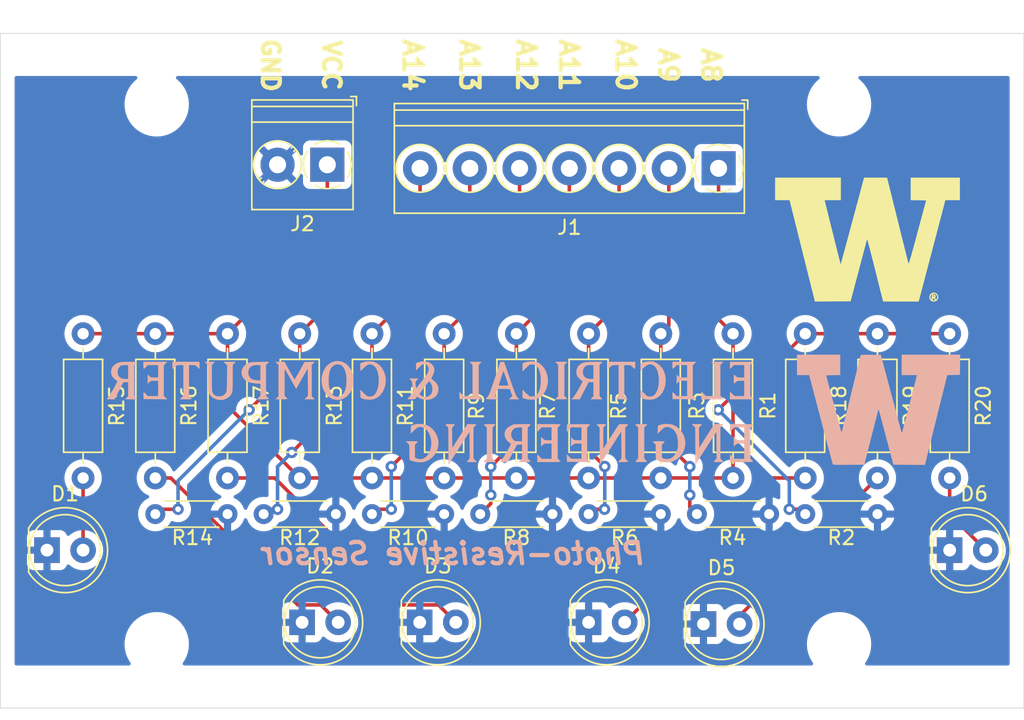
<source format=kicad_pcb>
(kicad_pcb (version 20211014) (generator pcbnew)
  (layers (0 "F.Cu" signal) (31 "B.Cu" signal) (34 "B.Paste" user) (35 "F.Paste" user) (36 "B.SilkS" user "B.Silkscreen") (37 "F.SilkS" user "F.Silkscreen") (38 "B.Mask" user) (39 "F.Mask" user) (44 "Edge.Cuts" user))
  (net 0 "")
  (net 1 "GND")
  (net 2 "Net-(D1-Pad2)")
  (net 3 "/A8")
  (net 4 "/A9")
  (net 5 "/A10")
  (net 6 "/A11")
  (net 7 "/A12")
  (net 8 "/A13")
  (net 9 "/A14")
  (net 10 "+5V")
  (net 11 "Net-(D2-Pad2)")
  (net 12 "Net-(D3-Pad2)")
  (net 13 "Net-(D4-Pad2)")
  (net 14 "Net-(D5-Pad2)")
  (net 15 "Net-(D6-Pad2)")
  (footprint "Resistor_THT:R_Axial_DIN0207_L6.3mm_D2.5mm_P10.16mm_Horizontal" (layer "F.Cu") (at 177.8 50.8 90)
    (fp_text reference "R7" (at 5.08 2.2 90) (layer "F.SilkS"))
    (fp_text value "10k")
    (pad "1" thru_hole circle (at 0 0 90) (size 1.6 1.6) (drill 0.8) (layers *.Cu *.Mask) (net 10 "+5V"))
    (pad "2" thru_hole oval (at 10.16 0 90) (size 1.6 1.6) (drill 0.8) (layers *.Cu *.Mask) (net 6 "/A11"))
  )
  (footprint "LED_THT:LED_D5.0mm" (layer "F.Cu") (at 171 60.96)
    (fp_text reference "D3" (at 1.27 -3.96) (layer "F.SilkS"))
    (fp_text value "LED")
    (pad "1" thru_hole rect (at 0 0) (size 1.8 1.8) (drill 0.9) (layers *.Cu *.Mask) (net 1 "GND"))
    (pad "2" thru_hole circle (at 2.54 0) (size 1.8 1.8) (drill 0.9) (layers *.Cu *.Mask) (net 12 "Net-(D3-Pad2)"))
  )
  (footprint "Resistor_THT:R_Axial_DIN0204_L3.6mm_D1.6mm_P5.08mm_Horizontal" (layer "F.Cu") (at 198.12 53.34)
    (fp_text reference "R2" (at 2.54 1.66) (layer "F.SilkS"))
    (fp_text value "R_PHOTO")
    (pad "1" thru_hole circle (at 0 0) (size 1.4 1.4) (drill 0.7) (layers *.Cu *.Mask) (net 3 "/A8"))
    (pad "2" thru_hole oval (at 5.08 0) (size 1.4 1.4) (drill 0.7) (layers *.Cu *.Mask) (net 1 "GND"))
  )
  (footprint "TerminalBlock_Phoenix:TerminalBlock_Phoenix_PT-1,5-2-3.5-H_1x02_P3.50mm_Horizontal" (layer "F.Cu") (at 164.5 28.747673 180)
    (fp_text reference "J2" (at 1.75 -4.16) (layer "F.SilkS"))
    (fp_text value "Screw_Terminal_01x02")
    (pad "1" thru_hole rect (at 0 0 180) (size 2.4 2.4) (drill 1.2) (layers *.Cu *.Mask) (net 10 "+5V"))
    (pad "2" thru_hole circle (at 3.5 0 180) (size 2.4 2.4) (drill 1.2) (layers *.Cu *.Mask) (net 1 "GND"))
  )
  (footprint "Resistor_THT:R_Axial_DIN0204_L3.6mm_D1.6mm_P5.08mm_Horizontal" (layer "F.Cu") (at 160.02 53.34)
    (fp_text reference "R12" (at 2.54 1.66) (layer "F.SilkS"))
    (fp_text value "R_PHOTO")
    (pad "1" thru_hole circle (at 0 0) (size 1.4 1.4) (drill 0.7) (layers *.Cu *.Mask) (net 8 "/A13"))
    (pad "2" thru_hole oval (at 5.08 0) (size 1.4 1.4) (drill 0.7) (layers *.Cu *.Mask) (net 1 "GND"))
  )
  (footprint "Resistor_THT:R_Axial_DIN0207_L6.3mm_D2.5mm_P10.16mm_Horizontal" (layer "F.Cu") (at 193.04 50.8 90)
    (fp_text reference "R1" (at 5.08 2.46 90) (layer "F.SilkS"))
    (fp_text value "10k")
    (pad "1" thru_hole circle (at 0 0 90) (size 1.6 1.6) (drill 0.8) (layers *.Cu *.Mask) (net 10 "+5V"))
    (pad "2" thru_hole oval (at 10.16 0 90) (size 1.6 1.6) (drill 0.8) (layers *.Cu *.Mask) (net 3 "/A8"))
  )
  (footprint "MountingHole:MountingHole_3.5mm" (layer "F.Cu") (at 152.5 62.5)
    (fp_text reference "REF**" hide)
    (fp_text value "MountingHole_3.5mm")
    (pad "" np_thru_hole circle locked (at 0 0) (size 3.5 3.5) (drill 3.5) (layers *.Cu *.Mask))
  )
  (footprint "Resistor_THT:R_Axial_DIN0207_L6.3mm_D2.5mm_P10.16mm_Horizontal" (layer "F.Cu") (at 203.2 40.64 -90)
    (fp_text reference "R19" (at 5.08 -2.37 90) (layer "F.SilkS"))
    (fp_text value "330")
    (pad "1" thru_hole circle (at 0 0 270) (size 1.6 1.6) (drill 0.8) (layers *.Cu *.Mask) (net 10 "+5V"))
    (pad "2" thru_hole oval (at 10.16 0 270) (size 1.6 1.6) (drill 0.8) (layers *.Cu *.Mask) (net 14 "Net-(D5-Pad2)"))
  )
  (footprint "LED_THT:LED_D5.0mm" (layer "F.Cu") (at 208.28 55.88)
    (fp_text reference "D6" (at 1.72 -3.96) (layer "F.SilkS"))
    (fp_text value "LED")
    (pad "1" thru_hole rect (at 0 0) (size 1.8 1.8) (drill 0.9) (layers *.Cu *.Mask) (net 1 "GND"))
    (pad "2" thru_hole circle (at 2.54 0) (size 1.8 1.8) (drill 0.9) (layers *.Cu *.Mask) (net 15 "Net-(D6-Pad2)"))
  )
  (footprint "Resistor_THT:R_Axial_DIN0207_L6.3mm_D2.5mm_P10.16mm_Horizontal" (layer "F.Cu") (at 182.88 50.8 90)
    (fp_text reference "R5" (at 5.08 2.12 90) (layer "F.SilkS"))
    (fp_text value "10k")
    (pad "1" thru_hole circle (at 0 0 90) (size 1.6 1.6) (drill 0.8) (layers *.Cu *.Mask) (net 10 "+5V"))
    (pad "2" thru_hole oval (at 10.16 0 90) (size 1.6 1.6) (drill 0.8) (layers *.Cu *.Mask) (net 5 "/A10"))
  )
  (footprint "Resistor_THT:R_Axial_DIN0207_L6.3mm_D2.5mm_P10.16mm_Horizontal" (layer "F.Cu") (at 152.4 40.64 -90)
    (fp_text reference "R16" (at 5.08 -2.37 90) (layer "F.SilkS"))
    (fp_text value "330")
    (pad "1" thru_hole circle (at 0 0 270) (size 1.6 1.6) (drill 0.8) (layers *.Cu *.Mask) (net 10 "+5V"))
    (pad "2" thru_hole oval (at 10.16 0 270) (size 1.6 1.6) (drill 0.8) (layers *.Cu *.Mask) (net 11 "Net-(D2-Pad2)"))
  )
  (footprint "MountingHole:MountingHole_3.5mm" (layer "F.Cu") (at 152.5 24.5)
    (fp_text reference "REF**" hide)
    (fp_text value "MountingHole_3.5mm")
    (pad "" np_thru_hole circle locked (at 0 0) (size 3.5 3.5) (drill 3.5) (layers *.Cu *.Mask))
  )
  (footprint "LED_THT:LED_D5.0mm" (layer "F.Cu") (at 144.78 55.88)
    (fp_text reference "D1" (at 1.27 -3.96) (layer "F.SilkS"))
    (fp_text value "LED")
    (pad "1" thru_hole rect (at 0 0) (size 1.8 1.8) (drill 0.9) (layers *.Cu *.Mask) (net 1 "GND"))
    (pad "2" thru_hole circle (at 2.54 0) (size 1.8 1.8) (drill 0.9) (layers *.Cu *.Mask) (net 2 "Net-(D1-Pad2)"))
  )
  (footprint "Resistor_THT:R_Axial_DIN0207_L6.3mm_D2.5mm_P10.16mm_Horizontal" (layer "F.Cu") (at 157.48 40.64 -90)
    (fp_text reference "R17" (at 5.08 -2.37 90) (layer "F.SilkS"))
    (fp_text value "330")
    (pad "1" thru_hole circle (at 0 0 270) (size 1.6 1.6) (drill 0.8) (layers *.Cu *.Mask) (net 10 "+5V"))
    (pad "2" thru_hole oval (at 10.16 0 270) (size 1.6 1.6) (drill 0.8) (layers *.Cu *.Mask) (net 12 "Net-(D3-Pad2)"))
  )
  (footprint "TerminalBlock_Phoenix:TerminalBlock_Phoenix_PT-1,5-7-3.5-H_1x07_P3.50mm_Horizontal" (layer "F.Cu") (at 192.024374 29 180)
    (fp_text reference "J1" (at 10.5 -4.16) (layer "F.SilkS"))
    (fp_text value "Screw_Terminal_01x07")
    (pad "1" thru_hole rect (at 0 0 180) (size 2.4 2.4) (drill 1.2) (layers *.Cu *.Mask) (net 3 "/A8"))
    (pad "2" thru_hole circle (at 3.5 0 180) (size 2.4 2.4) (drill 1.2) (layers *.Cu *.Mask) (net 4 "/A9"))
    (pad "3" thru_hole circle (at 7 0 180) (size 2.4 2.4) (drill 1.2) (layers *.Cu *.Mask) (net 5 "/A10"))
    (pad "4" thru_hole circle (at 10.5 0 180) (size 2.4 2.4) (drill 1.2) (layers *.Cu *.Mask) (net 6 "/A11"))
    (pad "5" thru_hole circle (at 14 0 180) (size 2.4 2.4) (drill 1.2) (layers *.Cu *.Mask) (net 7 "/A12"))
    (pad "6" thru_hole circle (at 17.5 0 180) (size 2.4 2.4) (drill 1.2) (layers *.Cu *.Mask) (net 8 "/A13"))
    (pad "7" thru_hole circle (at 21 0 180) (size 2.4 2.4) (drill 1.2) (layers *.Cu *.Mask) (net 9 "/A14"))
  )
  (footprint "MountingHole:MountingHole_3.5mm" (layer "F.Cu") (at 200.5 62.5)
    (fp_text reference "REF**" hide)
    (fp_text value "MountingHole_3.5mm")
    (pad "" np_thru_hole circle locked (at 0 0) (size 3.5 3.5) (drill 3.5) (layers *.Cu *.Mask))
  )
  (footprint "Resistor_THT:R_Axial_DIN0207_L6.3mm_D2.5mm_P10.16mm_Horizontal" (layer "F.Cu") (at 167.64 50.8 90)
    (fp_text reference "R11" (at 5.08 2.36 90) (layer "F.SilkS"))
    (fp_text value "10k")
    (pad "1" thru_hole circle (at 0 0 90) (size 1.6 1.6) (drill 0.8) (layers *.Cu *.Mask) (net 10 "+5V"))
    (pad "2" thru_hole oval (at 10.16 0 90) (size 1.6 1.6) (drill 0.8) (layers *.Cu *.Mask) (net 8 "/A13"))
  )
  (footprint "LED_THT:LED_D5.0mm" (layer "F.Cu") (at 182.88 60.96)
    (fp_text reference "D4" (at 1.27 -3.96) (layer "F.SilkS"))
    (fp_text value "LED")
    (pad "1" thru_hole rect (at 0 0) (size 1.8 1.8) (drill 0.9) (layers *.Cu *.Mask) (net 1 "GND"))
    (pad "2" thru_hole circle (at 2.54 0) (size 1.8 1.8) (drill 0.9) (layers *.Cu *.Mask) (net 13 "Net-(D4-Pad2)"))
  )
  (footprint "LED_THT:LED_D5.0mm" (layer "F.Cu") (at 190.96 61.08)
    (fp_text reference "D5" (at 1.27 -3.96) (layer "F.SilkS"))
    (fp_text value "LED")
    (pad "1" thru_hole rect (at 0 0) (size 1.8 1.8) (drill 0.9) (layers *.Cu *.Mask) (net 1 "GND"))
    (pad "2" thru_hole circle (at 2.54 0) (size 1.8 1.8) (drill 0.9) (layers *.Cu *.Mask) (net 14 "Net-(D5-Pad2)"))
  )
  (footprint "Resistor_THT:R_Axial_DIN0204_L3.6mm_D1.6mm_P5.08mm_Horizontal" (layer "F.Cu") (at 152.4 53.34)
    (fp_text reference "R14" (at 2.6 1.66) (layer "F.SilkS"))
    (fp_text value "R_PHOTO")
    (pad "1" thru_hole circle (at 0 0) (size 1.4 1.4) (drill 0.7) (layers *.Cu *.Mask) (net 9 "/A14"))
    (pad "2" thru_hole oval (at 5.08 0) (size 1.4 1.4) (drill 0.7) (layers *.Cu *.Mask) (net 1 "GND"))
  )
  (footprint "Resistor_THT:R_Axial_DIN0207_L6.3mm_D2.5mm_P10.16mm_Horizontal" (layer "F.Cu") (at 198.12 40.64 -90)
    (fp_text reference "R18" (at 5.08 -2.37 90) (layer "F.SilkS"))
    (fp_text value "330")
    (pad "1" thru_hole circle (at 0 0 270) (size 1.6 1.6) (drill 0.8) (layers *.Cu *.Mask) (net 10 "+5V"))
    (pad "2" thru_hole oval (at 10.16 0 270) (size 1.6 1.6) (drill 0.8) (layers *.Cu *.Mask) (net 13 "Net-(D4-Pad2)"))
  )
  (footprint "Resistor_THT:R_Axial_DIN0204_L3.6mm_D1.6mm_P5.08mm_Horizontal" (layer "F.Cu") (at 175.26 53.34)
    (fp_text reference "R8" (at 2.54 1.66) (layer "F.SilkS"))
    (fp_text value "R_PHOTO")
    (pad "1" thru_hole circle (at 0 0) (size 1.4 1.4) (drill 0.7) (layers *.Cu *.Mask) (net 6 "/A11"))
    (pad "2" thru_hole oval (at 5.08 0) (size 1.4 1.4) (drill 0.7) (layers *.Cu *.Mask) (net 1 "GND"))
  )
  (footprint "Resistor_THT:R_Axial_DIN0204_L3.6mm_D1.6mm_P5.08mm_Horizontal" (layer "F.Cu") (at 182.88 53.34)
    (fp_text reference "R6" (at 2.54 1.66) (layer "F.SilkS"))
    (fp_text value "R_PHOTO")
    (pad "1" thru_hole circle (at 0 0) (size 1.4 1.4) (drill 0.7) (layers *.Cu *.Mask) (net 5 "/A10"))
    (pad "2" thru_hole oval (at 5.08 0) (size 1.4 1.4) (drill 0.7) (layers *.Cu *.Mask) (net 1 "GND"))
  )
  (footprint "Resistor_THT:R_Axial_DIN0207_L6.3mm_D2.5mm_P10.16mm_Horizontal" (layer "F.Cu") (at 172.72 50.8 90)
    (fp_text reference "R9" (at 5.08 2.28 90) (layer "F.SilkS"))
    (fp_text value "10k")
    (pad "1" thru_hole circle (at 0 0 90) (size 1.6 1.6) (drill 0.8) (layers *.Cu *.Mask) (net 10 "+5V"))
    (pad "2" thru_hole oval (at 10.16 0 90) (size 1.6 1.6) (drill 0.8) (layers *.Cu *.Mask) (net 7 "/A12"))
  )
  (footprint "Resistor_THT:R_Axial_DIN0207_L6.3mm_D2.5mm_P10.16mm_Horizontal" (layer "F.Cu") (at 208.28 40.64 -90)
    (fp_text reference "R20" (at 5.08 -2.37 90) (layer "F.SilkS"))
    (fp_text value "330")
    (pad "1" thru_hole circle (at 0 0 270) (size 1.6 1.6) (drill 0.8) (layers *.Cu *.Mask) (net 10 "+5V"))
    (pad "2" thru_hole oval (at 10.16 0 270) (size 1.6 1.6) (drill 0.8) (layers *.Cu *.Mask) (net 15 "Net-(D6-Pad2)"))
  )
  (footprint "Resistor_THT:R_Axial_DIN0204_L3.6mm_D1.6mm_P5.08mm_Horizontal" (layer "F.Cu") (at 167.64 53.34)
    (fp_text reference "R10" (at 2.54 1.66) (layer "F.SilkS"))
    (fp_text value "R_PHOTO")
    (pad "1" thru_hole circle (at 0 0) (size 1.4 1.4) (drill 0.7) (layers *.Cu *.Mask) (net 7 "/A12"))
    (pad "2" thru_hole oval (at 5.08 0) (size 1.4 1.4) (drill 0.7) (layers *.Cu *.Mask) (net 1 "GND"))
  )
  (footprint "MountingHole:MountingHole_3.5mm" (layer "F.Cu") (at 200.5 24.5)
    (fp_text reference "REF**" hide)
    (fp_text value "MountingHole_3.5mm")
    (pad "" np_thru_hole circle locked (at 0 0) (size 3.5 3.5) (drill 3.5) (layers *.Cu *.Mask))
  )
  (footprint "LED_THT:LED_D5.0mm" (layer "F.Cu") (at 162.725 60.96)
    (fp_text reference "D2" (at 1.27 -3.96) (layer "F.SilkS"))
    (fp_text value "LED")
    (pad "1" thru_hole rect (at 0 0) (size 1.8 1.8) (drill 0.9) (layers *.Cu *.Mask) (net 1 "GND"))
    (pad "2" thru_hole circle (at 2.54 0) (size 1.8 1.8) (drill 0.9) (layers *.Cu *.Mask) (net 11 "Net-(D2-Pad2)"))
  )
  (footprint "Resistor_THT:R_Axial_DIN0207_L6.3mm_D2.5mm_P10.16mm_Horizontal" (layer "F.Cu") (at 187.96 50.8 90)
    (fp_text reference "R3" (at 5.08 2.54 90) (layer "F.SilkS"))
    (fp_text value "10k")
    (pad "1" thru_hole circle (at 0 0 90) (size 1.6 1.6) (drill 0.8) (layers *.Cu *.Mask) (net 10 "+5V"))
    (pad "2" thru_hole oval (at 10.16 0 90) (size 1.6 1.6) (drill 0.8) (layers *.Cu *.Mask) (net 4 "/A9"))
  )
  (footprint "Resistor_THT:R_Axial_DIN0207_L6.3mm_D2.5mm_P10.16mm_Horizontal" (layer "F.Cu") (at 147.32 40.64 -90)
    (fp_text reference "R15" (at 5.08 -2.37 90) (layer "F.SilkS"))
    (fp_text value "330")
    (pad "1" thru_hole circle (at 0 0 270) (size 1.6 1.6) (drill 0.8) (layers *.Cu *.Mask) (net 10 "+5V"))
    (pad "2" thru_hole oval (at 10.16 0 270) (size 1.6 1.6) (drill 0.8) (layers *.Cu *.Mask) (net 2 "Net-(D1-Pad2)"))
  )
  (footprint "Resistor_THT:R_Axial_DIN0207_L6.3mm_D2.5mm_P10.16mm_Horizontal" (layer "F.Cu") (at 162.56 50.8 90)
    (fp_text reference "R13" (at 5.08 2.44 90) (layer "F.SilkS"))
    (fp_text value "10k")
    (pad "1" thru_hole circle (at 0 0 90) (size 1.6 1.6) (drill 0.8) (layers *.Cu *.Mask) (net 10 "+5V"))
    (pad "2" thru_hole oval (at 10.16 0 90) (size 1.6 1.6) (drill 0.8) (layers *.Cu *.Mask) (net 9 "/A14"))
  )
  (footprint ".pretty:W_logo_black" (layer "F.Cu") (at 202.5 34)
    (fp_text reference "G***" hide)
    (fp_text value "LOGO" hide)
  )
  (footprint "Resistor_THT:R_Axial_DIN0204_L3.6mm_D1.6mm_P5.08mm_Horizontal" (layer "F.Cu") (at 190.5 53.34)
    (fp_text reference "R4" (at 2.5 1.66) (layer "F.SilkS"))
    (fp_text value "R_PHOTO")
    (pad "1" thru_hole circle (at 0 0) (size 1.4 1.4) (drill 0.7) (layers *.Cu *.Mask) (net 4 "/A9"))
    (pad "2" thru_hole oval (at 5.08 0) (size 1.4 1.4) (drill 0.7) (layers *.Cu *.Mask) (net 1 "GND"))
  )
  (footprint ".pretty:uwece_withoutuw" (layer "B.Cu") (at 179 46 180)
    (fp_text reference "G***" hide)
    (fp_text value "LOGO" hide)
  )
  (gr_poly (pts (xy 213.5 67) (xy 141.5 67) (xy 141.5 19.5) (xy 213.5 19.5)) (layer "Edge.Cuts") (width 0.05) (fill none))
  (gr_text "Photo-Resistive Sensor" (at 173.38 56.12) (layer "B.SilkS") (effects (font (size 1.5 1.5) (thickness 0.3) italic) (justify mirror)))
  (gr_text "VCC" (at 164.79 21.747673 270) (layer "F.SilkS") (effects (font (size 1.2 1.2) (thickness 0.3))))
  (gr_text "GND" (at 160.5 21.747673 270) (layer "F.SilkS") (effects (font (size 1.2 1.2) (thickness 0.3))))
  (gr_text "A9" (at 188.5 21.747673 270) (layer "F.SilkS") (effects (font (size 1.3 1.3) (thickness 0.3))))
  (gr_text "A13" (at 174.5 21.747673 270) (layer "F.SilkS") (effects (font (size 1.3 1.3) (thickness 0.3))))
  (gr_text "A10" (at 185.5 21.747673 270) (layer "F.SilkS") (effects (font (size 1.3 1.3) (thickness 0.3))))
  (gr_text "A12" (at 178.5 21.747673 270) (layer "F.SilkS") (effects (font (size 1.3 1.3) (thickness 0.3))))
  (gr_text "A11" (at 181.5 21.747673 270) (layer "F.SilkS") (effects (font (size 1.3 1.3) (thickness 0.3))))
  (gr_text "A14" (at 170.5 21.747673 270) (layer "F.SilkS") (effects (font (size 1.3 1.3) (thickness 0.3))))
  (gr_text "A8\n" (at 191.5 21.747673 270) (layer "F.SilkS") (effects (font (size 1.3 1.3) (thickness 0.3))))
  (segment (start 147.32 50.8) (end 147.32 55.88) (width 0.25) (layer "F.Cu") (net 2))
  (segment (start 197 53) (end 197.78 53) (width 0.25) (layer "F.Cu") (net 3))
  (segment (start 193.04 40.64) (end 193.04 44.96) (width 0.25) (layer "F.Cu") (net 3))
  (segment (start 192.024374 29) (end 192.024374 39.624374) (width 0.25) (layer "F.Cu") (net 3))
  (segment (start 197.78 53) (end 198.12 53.34) (width 0.25) (layer "F.Cu") (net 3))
  (segment (start 192.024374 39.624374) (end 193.04 40.64) (width 0.25) (layer "F.Cu") (net 3))
  (segment (start 193.04 44.96) (end 192 46) (width 0.25) (layer "F.Cu") (net 3))
  (via (at 192 46) (size 0.8) (drill 0.4) (layers "F.Cu" "B.Cu") (net 3))
  (via (at 197 53) (size 0.8) (drill 0.4) (layers "F.Cu" "B.Cu") (net 3))
  (segment (start 197 51) (end 197 53) (width 0.25) (layer "B.Cu") (net 3))
  (segment (start 192 46) (end 197 51) (width 0.25) (layer "B.Cu") (net 3))
  (segment (start 187.96 47.96) (end 190 50) (width 0.25) (layer "F.Cu") (net 4))
  (segment (start 190 52) (end 190 52.84) (width 0.25) (layer "F.Cu") (net 4))
  (segment (start 188.524374 40.075626) (end 187.96 40.64) (width 0.25) (layer "F.Cu") (net 4))
  (segment (start 187.96 40.64) (end 187.96 47.96) (width 0.25) (layer "F.Cu") (net 4))
  (segment (start 190 52.84) (end 190.5 53.34) (width 0.25) (layer "F.Cu") (net 4))
  (segment (start 188.524374 29) (end 188.524374 40.075626) (width 0.25) (layer "F.Cu") (net 4))
  (via (at 190 52) (size 0.8) (drill 0.4) (layers "F.Cu" "B.Cu") (net 4))
  (via (at 190 50) (size 0.8) (drill 0.4) (layers "F.Cu" "B.Cu") (net 4))
  (segment (start 190 50) (end 190 52) (width 0.25) (layer "B.Cu") (net 4))
  (segment (start 182.88 48.847734) (end 184.018822 49.986556) (width 0.25) (layer "F.Cu") (net 5))
  (segment (start 185.024374 38.495626) (end 182.88 40.64) (width 0.25) (layer "F.Cu") (net 5))
  (segment (start 185.024374 29) (end 185.024374 38.495626) (width 0.25) (layer "F.Cu") (net 5))
  (segment (start 182.88 40.64) (end 182.88 48.847734) (width 0.25) (layer "F.Cu") (net 5))
  (segment (start 184 53) (end 183.22 53) (width 0.25) (layer "F.Cu") (net 5))
  (segment (start 183.22 53) (end 182.88 53.34) (width 0.25) (layer "F.Cu") (net 5))
  (via (at 184 53) (size 0.8) (drill 0.4) (layers "F.Cu" "B.Cu") (net 5))
  (via (at 184.018822 49.986556) (size 0.8) (drill 0.4) (layers "F.Cu" "B.Cu") (net 5))
  (segment (start 184.018822 52.981178) (end 184 53) (width 0.25) (layer "B.Cu") (net 5))
  (segment (start 184.018822 49.986556) (end 184.018822 52.981178) (width 0.25) (layer "B.Cu") (net 5))
  (segment (start 176 52) (end 176 52.6) (width 0.25) (layer "F.Cu") (net 6))
  (segment (start 181.524374 36.915626) (end 177.8 40.64) (width 0.25) (layer "F.Cu") (net 6))
  (segment (start 181.524374 29) (end 181.524374 36.915626) (width 0.25) (layer "F.Cu") (net 6))
  (segment (start 176 52.6) (end 175.26 53.34) (width 0.25) (layer "F.Cu") (net 6))
  (segment (start 177.8 40.64) (end 177.8 48.2) (width 0.25) (layer "F.Cu") (net 6))
  (segment (start 177.8 48.2) (end 176 50) (width 0.25) (layer "F.Cu") (net 6))
  (via (at 176 52) (size 0.8) (drill 0.4) (layers "F.Cu" "B.Cu") (net 6))
  (via (at 176 50) (size 0.8) (drill 0.4) (layers "F.Cu" "B.Cu") (net 6))
  (segment (start 176 50) (end 176 52) (width 0.25) (layer "B.Cu") (net 6))
  (segment (start 169 53) (end 167.98 53) (width 0.25) (layer "F.Cu") (net 7))
  (segment (start 172.72 40.64) (end 172.72 46.28) (width 0.25) (layer "F.Cu") (net 7))
  (segment (start 178.024374 35.335626) (end 172.72 40.64) (width 0.25) (layer "F.Cu") (net 7))
  (segment (start 167.98 53) (end 167.64 53.34) (width 0.25) (layer "F.Cu") (net 7))
  (segment (start 172.72 46.28) (end 169 50) (width 0.25) (layer "F.Cu") (net 7))
  (segment (start 178.024374 29) (end 178.024374 35.335626) (width 0.25) (layer "F.Cu") (net 7))
  (via (at 169 50) (size 0.8) (drill 0.4) (layers "F.Cu" "B.Cu") (net 7))
  (via (at 169 53) (size 0.8) (drill 0.4) (layers "F.Cu" "B.Cu") (net 7))
  (segment (start 169 50) (end 169 53) (width 0.25) (layer "B.Cu") (net 7))
  (segment (start 167.64 43.36) (end 162 49) (width 0.25) (layer "F.Cu") (net 8))
  (segment (start 167.64 40.64) (end 167.64 43.36) (width 0.25) (layer "F.Cu") (net 8))
  (segment (start 174.524374 29) (end 174.524374 33.755626) (width 0.25) (layer "F.Cu") (net 8))
  (segment (start 160.36 53) (end 160.02 53.34) (width 0.25) (layer "F.Cu") (net 8))
  (segment (start 174.524374 33.755626) (end 167.64 40.64) (width 0.25) (layer "F.Cu") (net 8))
  (segment (start 161 53) (end 160.36 53) (width 0.25) (layer "F.Cu") (net 8))
  (via (at 162 49) (size 0.8) (drill 0.4) (layers "F.Cu" "B.Cu") (net 8))
  (via (at 161 53) (size 0.8) (drill 0.4) (layers "F.Cu" "B.Cu") (net 8))
  (segment (start 162 49) (end 161 50) (width 0.25) (layer "B.Cu") (net 8))
  (segment (start 161 50) (end 161 53) (width 0.25) (layer "B.Cu") (net 8))
  (segment (start 171.024374 29) (end 171.024374 32.175626) (width 0.25) (layer "F.Cu") (net 9))
  (segment (start 162.56 42.44) (end 159 46) (width 0.25) (layer "F.Cu") (net 9))
  (segment (start 154 53) (end 152.74 53) (width 0.25) (layer "F.Cu") (net 9))
  (segment (start 162.56 40.64) (end 162.56 42.44) (width 0.25) (layer "F.Cu") (net 9))
  (segment (start 152.74 53) (end 152.4 53.34) (width 0.25) (layer "F.Cu") (net 9))
  (segment (start 171.024374 32.175626) (end 162.56 40.64) (width 0.25) (layer "F.Cu") (net 9))
  (via (at 159 46) (size 0.8) (drill 0.4) (layers "F.Cu" "B.Cu") (net 9))
  (via (at 154 53) (size 0.8) (drill 0.4) (layers "F.Cu" "B.Cu") (net 9))
  (segment (start 154 51) (end 154 53) (width 0.25) (layer "B.Cu") (net 9))
  (segment (start 159 46) (end 154 51) (width 0.25) (layer "B.Cu") (net 9))
  (segment (start 187.96 50.8) (end 193.04 50.8) (width 0.25) (layer "F.Cu") (net 10))
  (segment (start 198.12 40.64) (end 203.2 40.64) (width 0.25) (layer "F.Cu") (net 10))
  (segment (start 193.04 50.8) (end 193.04 45.72) (width 0.25) (layer "F.Cu") (net 10))
  (segment (start 164.5 28.747673) (end 164.5 33.62) (width 0.25) (layer "F.Cu") (net 10))
  (segment (start 193.04 45.72) (end 198.12 40.64) (width 0.25) (layer "F.Cu") (net 10))
  (segment (start 162.56 50.8) (end 167.64 50.8) (width 0.25) (layer "F.Cu") (net 10))
  (segment (start 164.5 33.62) (end 157.48 40.64) (width 0.25) (layer "F.Cu") (net 10))
  (segment (start 203.2 40.64) (end 208.28 40.64) (width 0.25) (layer "F.Cu") (net 10))
  (segment (start 172.72 50.8) (end 177.8 50.8) (width 0.25) (layer "F.Cu") (net 10))
  (segment (start 182.88 50.8) (end 187.96 50.8) (width 0.25) (layer "F.Cu") (net 10))
  (segment (start 167.64 50.8) (end 172.72 50.8) (width 0.25) (layer "F.Cu") (net 10))
  (segment (start 147.32 40.64) (end 152.4 40.64) (width 0.25) (layer "F.Cu") (net 10))
  (segment (start 157.48 45.72) (end 162.56 50.8) (width 0.25) (layer "F.Cu") (net 10))
  (segment (start 157.48 40.64) (end 157.48 45.72) (width 0.25) (layer "F.Cu") (net 10))
  (segment (start 152.4 40.64) (end 157.48 40.64) (width 0.25) (layer "F.Cu") (net 10))
  (segment (start 177.8 50.8) (end 182.88 50.8) (width 0.25) (layer "F.Cu") (net 10))
  (segment (start 152.4 50.8) (end 153.491122 50.8) (width 0.25) (layer "F.Cu") (net 11))
  (segment (start 162.426611 59.735489) (end 164.040489 59.735489) (width 0.25) (layer "F.Cu") (net 11))
  (segment (start 164.040489 59.735489) (end 165.265 60.96) (width 0.25) (layer "F.Cu") (net 11))
  (segment (start 153.491122 50.8) (end 162.426611 59.735489) (width 0.25) (layer "F.Cu") (net 11))
  (segment (start 157.48 50.8) (end 160.8 50.8) (width 0.25) (layer "F.Cu") (net 12))
  (segment (start 160.8 50.8) (end 169.735489 59.735489) (width 0.25) (layer "F.Cu") (net 12))
  (segment (start 172.315489 59.735489) (end 173.54 60.96) (width 0.25) (layer "F.Cu") (net 12))
  (segment (start 169.735489 59.735489) (end 172.315489 59.735489) (width 0.25) (layer "F.Cu") (net 12))
  (segment (start 198.12 50.8) (end 195.58 50.8) (width 0.25) (layer "F.Cu") (net 13))
  (segment (start 195.58 50.8) (end 185.42 60.96) (width 0.25) (layer "F.Cu") (net 13))
  (segment (start 203.2 50.8) (end 193.5 60.5) (width 0.25) (layer "F.Cu") (net 14))
  (segment (start 193.5 60.5) (end 193.5 61.08) (width 0.25) (layer "F.Cu") (net 14))
  (segment (start 208.28 53.34) (end 210.82 55.88) (width 0.25) (layer "F.Cu") (net 15))
  (segment (start 208.28 50.8) (end 208.28 53.34) (width 0.25) (layer "F.Cu") (net 15))
  (zone (net 1) (net_name "GND") (layer "B.Cu") (connect_pads (clearance 0.508)) (min_thickness 0.254) (fill yes (thermal_gap 0.508) (thermal_bridge_width 0.508))
    (polygon (pts (xy 212.5 64) (xy 142.5 64) (xy 142.5 22.5) (xy 212.5 22.5)))
  )
)
</source>
